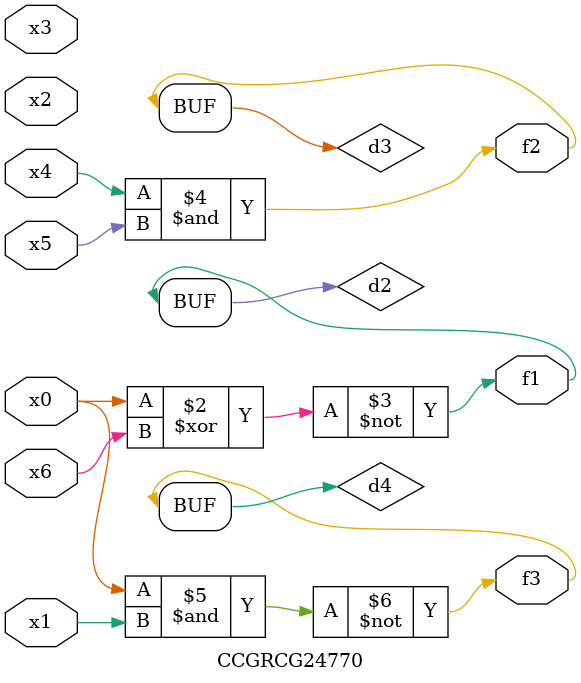
<source format=v>
module CCGRCG24770(
	input x0, x1, x2, x3, x4, x5, x6,
	output f1, f2, f3
);

	wire d1, d2, d3, d4;

	nor (d1, x0);
	xnor (d2, x0, x6);
	and (d3, x4, x5);
	nand (d4, x0, x1);
	assign f1 = d2;
	assign f2 = d3;
	assign f3 = d4;
endmodule

</source>
